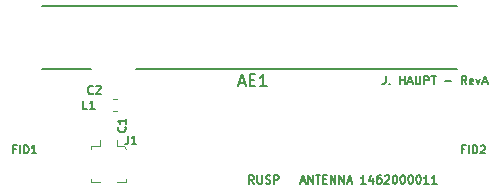
<source format=gbr>
%TF.GenerationSoftware,KiCad,Pcbnew,6.0.0+dfsg1-2*%
%TF.CreationDate,2022-02-08T13:21:29-05:00*%
%TF.ProjectId,RUSP_Antenna,52555350-5f41-46e7-9465-6e6e612e6b69,rev?*%
%TF.SameCoordinates,Original*%
%TF.FileFunction,Legend,Top*%
%TF.FilePolarity,Positive*%
%FSLAX46Y46*%
G04 Gerber Fmt 4.6, Leading zero omitted, Abs format (unit mm)*
G04 Created by KiCad (PCBNEW 6.0.0+dfsg1-2) date 2022-02-08 13:21:29*
%MOMM*%
%LPD*%
G01*
G04 APERTURE LIST*
%ADD10C,0.150000*%
%ADD11C,0.120000*%
G04 APERTURE END LIST*
D10*
X156333333Y-95516666D02*
X156333333Y-96016666D01*
X156300000Y-96116666D01*
X156233333Y-96183333D01*
X156133333Y-96216666D01*
X156066666Y-96216666D01*
X156666666Y-96150000D02*
X156700000Y-96183333D01*
X156666666Y-96216666D01*
X156633333Y-96183333D01*
X156666666Y-96150000D01*
X156666666Y-96216666D01*
X157533333Y-96216666D02*
X157533333Y-95516666D01*
X157533333Y-95850000D02*
X157933333Y-95850000D01*
X157933333Y-96216666D02*
X157933333Y-95516666D01*
X158233333Y-96016666D02*
X158566666Y-96016666D01*
X158166666Y-96216666D02*
X158400000Y-95516666D01*
X158633333Y-96216666D01*
X158866666Y-95516666D02*
X158866666Y-96083333D01*
X158900000Y-96150000D01*
X158933333Y-96183333D01*
X159000000Y-96216666D01*
X159133333Y-96216666D01*
X159200000Y-96183333D01*
X159233333Y-96150000D01*
X159266666Y-96083333D01*
X159266666Y-95516666D01*
X159600000Y-96216666D02*
X159600000Y-95516666D01*
X159866666Y-95516666D01*
X159933333Y-95550000D01*
X159966666Y-95583333D01*
X160000000Y-95650000D01*
X160000000Y-95750000D01*
X159966666Y-95816666D01*
X159933333Y-95850000D01*
X159866666Y-95883333D01*
X159600000Y-95883333D01*
X160200000Y-95516666D02*
X160600000Y-95516666D01*
X160400000Y-96216666D02*
X160400000Y-95516666D01*
X161366666Y-95950000D02*
X161900000Y-95950000D01*
X163166666Y-96216666D02*
X162933333Y-95883333D01*
X162766666Y-96216666D02*
X162766666Y-95516666D01*
X163033333Y-95516666D01*
X163100000Y-95550000D01*
X163133333Y-95583333D01*
X163166666Y-95650000D01*
X163166666Y-95750000D01*
X163133333Y-95816666D01*
X163100000Y-95850000D01*
X163033333Y-95883333D01*
X162766666Y-95883333D01*
X163733333Y-96183333D02*
X163666666Y-96216666D01*
X163533333Y-96216666D01*
X163466666Y-96183333D01*
X163433333Y-96116666D01*
X163433333Y-95850000D01*
X163466666Y-95783333D01*
X163533333Y-95750000D01*
X163666666Y-95750000D01*
X163733333Y-95783333D01*
X163766666Y-95850000D01*
X163766666Y-95916666D01*
X163433333Y-95983333D01*
X164000000Y-95750000D02*
X164166666Y-96216666D01*
X164333333Y-95750000D01*
X164566666Y-96016666D02*
X164900000Y-96016666D01*
X164500000Y-96216666D02*
X164733333Y-95516666D01*
X164966666Y-96216666D01*
X145183333Y-104616666D02*
X144950000Y-104283333D01*
X144783333Y-104616666D02*
X144783333Y-103916666D01*
X145050000Y-103916666D01*
X145116666Y-103950000D01*
X145150000Y-103983333D01*
X145183333Y-104050000D01*
X145183333Y-104150000D01*
X145150000Y-104216666D01*
X145116666Y-104250000D01*
X145050000Y-104283333D01*
X144783333Y-104283333D01*
X145483333Y-103916666D02*
X145483333Y-104483333D01*
X145516666Y-104550000D01*
X145550000Y-104583333D01*
X145616666Y-104616666D01*
X145750000Y-104616666D01*
X145816666Y-104583333D01*
X145850000Y-104550000D01*
X145883333Y-104483333D01*
X145883333Y-103916666D01*
X146183333Y-104583333D02*
X146283333Y-104616666D01*
X146450000Y-104616666D01*
X146516666Y-104583333D01*
X146550000Y-104550000D01*
X146583333Y-104483333D01*
X146583333Y-104416666D01*
X146550000Y-104350000D01*
X146516666Y-104316666D01*
X146450000Y-104283333D01*
X146316666Y-104250000D01*
X146250000Y-104216666D01*
X146216666Y-104183333D01*
X146183333Y-104116666D01*
X146183333Y-104050000D01*
X146216666Y-103983333D01*
X146250000Y-103950000D01*
X146316666Y-103916666D01*
X146483333Y-103916666D01*
X146583333Y-103950000D01*
X146883333Y-104616666D02*
X146883333Y-103916666D01*
X147150000Y-103916666D01*
X147216666Y-103950000D01*
X147250000Y-103983333D01*
X147283333Y-104050000D01*
X147283333Y-104150000D01*
X147250000Y-104216666D01*
X147216666Y-104250000D01*
X147150000Y-104283333D01*
X146883333Y-104283333D01*
X149150000Y-104416666D02*
X149483333Y-104416666D01*
X149083333Y-104616666D02*
X149316666Y-103916666D01*
X149550000Y-104616666D01*
X149783333Y-104616666D02*
X149783333Y-103916666D01*
X150183333Y-104616666D01*
X150183333Y-103916666D01*
X150416666Y-103916666D02*
X150816666Y-103916666D01*
X150616666Y-104616666D02*
X150616666Y-103916666D01*
X151050000Y-104250000D02*
X151283333Y-104250000D01*
X151383333Y-104616666D02*
X151050000Y-104616666D01*
X151050000Y-103916666D01*
X151383333Y-103916666D01*
X151683333Y-104616666D02*
X151683333Y-103916666D01*
X152083333Y-104616666D01*
X152083333Y-103916666D01*
X152416666Y-104616666D02*
X152416666Y-103916666D01*
X152816666Y-104616666D01*
X152816666Y-103916666D01*
X153116666Y-104416666D02*
X153450000Y-104416666D01*
X153050000Y-104616666D02*
X153283333Y-103916666D01*
X153516666Y-104616666D01*
X154650000Y-104616666D02*
X154250000Y-104616666D01*
X154450000Y-104616666D02*
X154450000Y-103916666D01*
X154383333Y-104016666D01*
X154316666Y-104083333D01*
X154250000Y-104116666D01*
X155250000Y-104150000D02*
X155250000Y-104616666D01*
X155083333Y-103883333D02*
X154916666Y-104383333D01*
X155350000Y-104383333D01*
X155916666Y-103916666D02*
X155783333Y-103916666D01*
X155716666Y-103950000D01*
X155683333Y-103983333D01*
X155616666Y-104083333D01*
X155583333Y-104216666D01*
X155583333Y-104483333D01*
X155616666Y-104550000D01*
X155650000Y-104583333D01*
X155716666Y-104616666D01*
X155850000Y-104616666D01*
X155916666Y-104583333D01*
X155950000Y-104550000D01*
X155983333Y-104483333D01*
X155983333Y-104316666D01*
X155950000Y-104250000D01*
X155916666Y-104216666D01*
X155850000Y-104183333D01*
X155716666Y-104183333D01*
X155650000Y-104216666D01*
X155616666Y-104250000D01*
X155583333Y-104316666D01*
X156250000Y-103983333D02*
X156283333Y-103950000D01*
X156350000Y-103916666D01*
X156516666Y-103916666D01*
X156583333Y-103950000D01*
X156616666Y-103983333D01*
X156650000Y-104050000D01*
X156650000Y-104116666D01*
X156616666Y-104216666D01*
X156216666Y-104616666D01*
X156650000Y-104616666D01*
X157083333Y-103916666D02*
X157150000Y-103916666D01*
X157216666Y-103950000D01*
X157250000Y-103983333D01*
X157283333Y-104050000D01*
X157316666Y-104183333D01*
X157316666Y-104350000D01*
X157283333Y-104483333D01*
X157250000Y-104550000D01*
X157216666Y-104583333D01*
X157150000Y-104616666D01*
X157083333Y-104616666D01*
X157016666Y-104583333D01*
X156983333Y-104550000D01*
X156950000Y-104483333D01*
X156916666Y-104350000D01*
X156916666Y-104183333D01*
X156950000Y-104050000D01*
X156983333Y-103983333D01*
X157016666Y-103950000D01*
X157083333Y-103916666D01*
X157750000Y-103916666D02*
X157816666Y-103916666D01*
X157883333Y-103950000D01*
X157916666Y-103983333D01*
X157950000Y-104050000D01*
X157983333Y-104183333D01*
X157983333Y-104350000D01*
X157950000Y-104483333D01*
X157916666Y-104550000D01*
X157883333Y-104583333D01*
X157816666Y-104616666D01*
X157750000Y-104616666D01*
X157683333Y-104583333D01*
X157650000Y-104550000D01*
X157616666Y-104483333D01*
X157583333Y-104350000D01*
X157583333Y-104183333D01*
X157616666Y-104050000D01*
X157650000Y-103983333D01*
X157683333Y-103950000D01*
X157750000Y-103916666D01*
X158416666Y-103916666D02*
X158483333Y-103916666D01*
X158550000Y-103950000D01*
X158583333Y-103983333D01*
X158616666Y-104050000D01*
X158650000Y-104183333D01*
X158650000Y-104350000D01*
X158616666Y-104483333D01*
X158583333Y-104550000D01*
X158550000Y-104583333D01*
X158483333Y-104616666D01*
X158416666Y-104616666D01*
X158350000Y-104583333D01*
X158316666Y-104550000D01*
X158283333Y-104483333D01*
X158250000Y-104350000D01*
X158250000Y-104183333D01*
X158283333Y-104050000D01*
X158316666Y-103983333D01*
X158350000Y-103950000D01*
X158416666Y-103916666D01*
X159083333Y-103916666D02*
X159149999Y-103916666D01*
X159216666Y-103950000D01*
X159249999Y-103983333D01*
X159283333Y-104050000D01*
X159316666Y-104183333D01*
X159316666Y-104350000D01*
X159283333Y-104483333D01*
X159249999Y-104550000D01*
X159216666Y-104583333D01*
X159149999Y-104616666D01*
X159083333Y-104616666D01*
X159016666Y-104583333D01*
X158983333Y-104550000D01*
X158949999Y-104483333D01*
X158916666Y-104350000D01*
X158916666Y-104183333D01*
X158949999Y-104050000D01*
X158983333Y-103983333D01*
X159016666Y-103950000D01*
X159083333Y-103916666D01*
X159983333Y-104616666D02*
X159583333Y-104616666D01*
X159783333Y-104616666D02*
X159783333Y-103916666D01*
X159716666Y-104016666D01*
X159649999Y-104083333D01*
X159583333Y-104116666D01*
X160649999Y-104616666D02*
X160249999Y-104616666D01*
X160449999Y-104616666D02*
X160449999Y-103916666D01*
X160383333Y-104016666D01*
X160316666Y-104083333D01*
X160249999Y-104116666D01*
%TO.C,FID1*%
X125000000Y-101700000D02*
X124766666Y-101700000D01*
X124766666Y-102066666D02*
X124766666Y-101366666D01*
X125100000Y-101366666D01*
X125366666Y-102066666D02*
X125366666Y-101366666D01*
X125700000Y-102066666D02*
X125700000Y-101366666D01*
X125866666Y-101366666D01*
X125966666Y-101400000D01*
X126033333Y-101466666D01*
X126066666Y-101533333D01*
X126100000Y-101666666D01*
X126100000Y-101766666D01*
X126066666Y-101900000D01*
X126033333Y-101966666D01*
X125966666Y-102033333D01*
X125866666Y-102066666D01*
X125700000Y-102066666D01*
X126766666Y-102066666D02*
X126366666Y-102066666D01*
X126566666Y-102066666D02*
X126566666Y-101366666D01*
X126500000Y-101466666D01*
X126433333Y-101533333D01*
X126366666Y-101566666D01*
%TO.C,FID2*%
X163000000Y-101700000D02*
X162766666Y-101700000D01*
X162766666Y-102066666D02*
X162766666Y-101366666D01*
X163100000Y-101366666D01*
X163366666Y-102066666D02*
X163366666Y-101366666D01*
X163700000Y-102066666D02*
X163700000Y-101366666D01*
X163866666Y-101366666D01*
X163966666Y-101400000D01*
X164033333Y-101466666D01*
X164066666Y-101533333D01*
X164100000Y-101666666D01*
X164100000Y-101766666D01*
X164066666Y-101900000D01*
X164033333Y-101966666D01*
X163966666Y-102033333D01*
X163866666Y-102066666D01*
X163700000Y-102066666D01*
X164366666Y-101433333D02*
X164400000Y-101400000D01*
X164466666Y-101366666D01*
X164633333Y-101366666D01*
X164700000Y-101400000D01*
X164733333Y-101433333D01*
X164766666Y-101500000D01*
X164766666Y-101566666D01*
X164733333Y-101666666D01*
X164333333Y-102066666D01*
X164766666Y-102066666D01*
%TO.C,J1*%
X134516666Y-100566666D02*
X134516666Y-101066666D01*
X134483333Y-101166666D01*
X134416666Y-101233333D01*
X134316666Y-101266666D01*
X134250000Y-101266666D01*
X135216666Y-101266666D02*
X134816666Y-101266666D01*
X135016666Y-101266666D02*
X135016666Y-100566666D01*
X134950000Y-100666666D01*
X134883333Y-100733333D01*
X134816666Y-100766666D01*
%TO.C,C1*%
X134270000Y-99816666D02*
X134303333Y-99850000D01*
X134336666Y-99950000D01*
X134336666Y-100016666D01*
X134303333Y-100116666D01*
X134236666Y-100183333D01*
X134170000Y-100216666D01*
X134036666Y-100250000D01*
X133936666Y-100250000D01*
X133803333Y-100216666D01*
X133736666Y-100183333D01*
X133670000Y-100116666D01*
X133636666Y-100016666D01*
X133636666Y-99950000D01*
X133670000Y-99850000D01*
X133703333Y-99816666D01*
X134336666Y-99150000D02*
X134336666Y-99550000D01*
X134336666Y-99350000D02*
X133636666Y-99350000D01*
X133736666Y-99416666D01*
X133803333Y-99483333D01*
X133836666Y-99550000D01*
%TO.C,C2*%
X131553333Y-96960000D02*
X131520000Y-96993333D01*
X131420000Y-97026666D01*
X131353333Y-97026666D01*
X131253333Y-96993333D01*
X131186666Y-96926666D01*
X131153333Y-96860000D01*
X131120000Y-96726666D01*
X131120000Y-96626666D01*
X131153333Y-96493333D01*
X131186666Y-96426666D01*
X131253333Y-96360000D01*
X131353333Y-96326666D01*
X131420000Y-96326666D01*
X131520000Y-96360000D01*
X131553333Y-96393333D01*
X131820000Y-96393333D02*
X131853333Y-96360000D01*
X131920000Y-96326666D01*
X132086666Y-96326666D01*
X132153333Y-96360000D01*
X132186666Y-96393333D01*
X132220000Y-96460000D01*
X132220000Y-96526666D01*
X132186666Y-96626666D01*
X131786666Y-97026666D01*
X132220000Y-97026666D01*
%TO.C,L1*%
X131083333Y-98316666D02*
X130750000Y-98316666D01*
X130750000Y-97616666D01*
X131683333Y-98316666D02*
X131283333Y-98316666D01*
X131483333Y-98316666D02*
X131483333Y-97616666D01*
X131416666Y-97716666D01*
X131350000Y-97783333D01*
X131283333Y-97816666D01*
%TO.C,AE1*%
X143933333Y-96066666D02*
X144409523Y-96066666D01*
X143838095Y-96352380D02*
X144171428Y-95352380D01*
X144504761Y-96352380D01*
X144838095Y-95828571D02*
X145171428Y-95828571D01*
X145314285Y-96352380D02*
X144838095Y-96352380D01*
X144838095Y-95352380D01*
X145314285Y-95352380D01*
X146266666Y-96352380D02*
X145695238Y-96352380D01*
X145980952Y-96352380D02*
X145980952Y-95352380D01*
X145885714Y-95495238D01*
X145790476Y-95590476D01*
X145695238Y-95638095D01*
D11*
%TO.C,J1*%
X134350000Y-104250000D02*
X134350000Y-104450000D01*
X131350000Y-101450000D02*
X132150000Y-101450000D01*
X133550000Y-101450000D02*
X134150000Y-101450000D01*
X132150000Y-101450000D02*
X132150000Y-100950000D01*
X134150000Y-101450000D02*
X134350000Y-101650000D01*
X134350000Y-104450000D02*
X133550000Y-104450000D01*
X133550000Y-101450000D02*
X133550000Y-100950000D01*
X131350000Y-101650000D02*
X131350000Y-101450000D01*
X131350000Y-104450000D02*
X131350000Y-104250000D01*
X132150000Y-104450000D02*
X131350000Y-104450000D01*
%TO.C,L1*%
X133247221Y-97450000D02*
X133572779Y-97450000D01*
X133247221Y-98470000D02*
X133572779Y-98470000D01*
D10*
%TO.C,AE1*%
X127200000Y-89550000D02*
X162400000Y-89550000D01*
X135200000Y-94950000D02*
X162400000Y-94950000D01*
X127200000Y-94950000D02*
X131400000Y-94950000D01*
%TD*%
M02*

</source>
